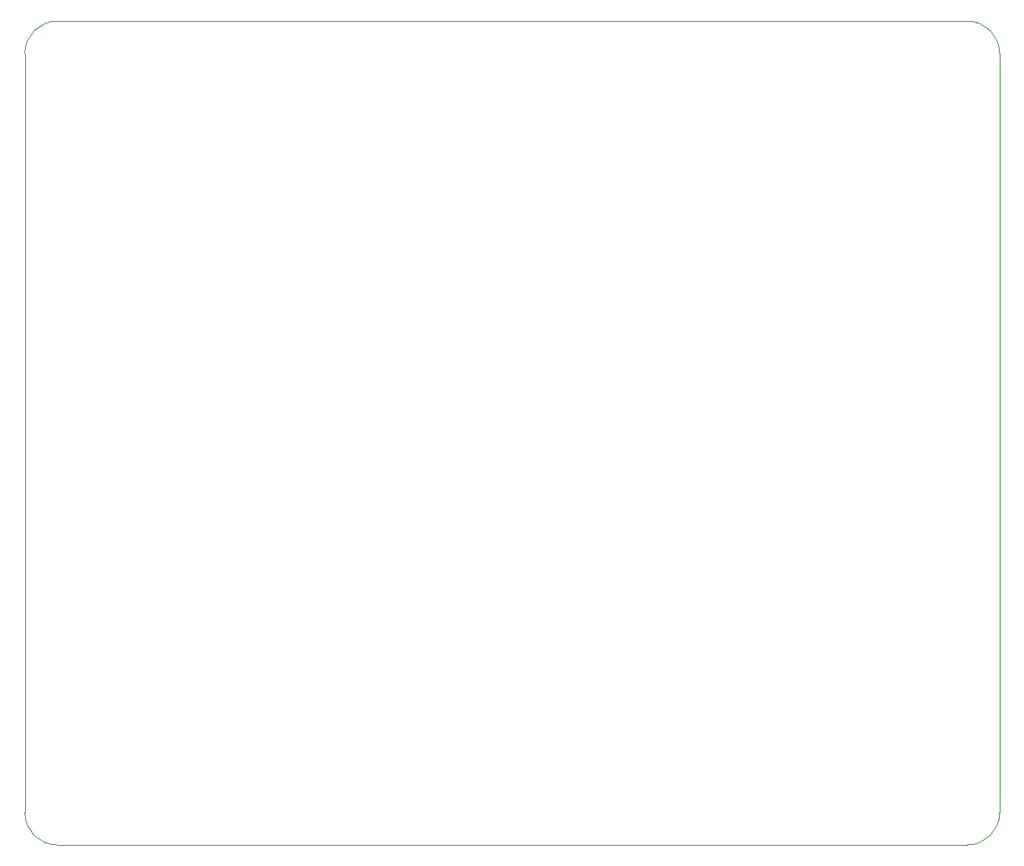
<source format=gbr>
G04 #@! TF.GenerationSoftware,KiCad,Pcbnew,7.0.2*
G04 #@! TF.CreationDate,2023-07-09T14:41:58+03:00*
G04 #@! TF.ProjectId,ELIESTER_V2,454c4945-5354-4455-925f-56322e6b6963,rev?*
G04 #@! TF.SameCoordinates,Original*
G04 #@! TF.FileFunction,Profile,NP*
%FSLAX46Y46*%
G04 Gerber Fmt 4.6, Leading zero omitted, Abs format (unit mm)*
G04 Created by KiCad (PCBNEW 7.0.2) date 2023-07-09 14:41:58*
%MOMM*%
%LPD*%
G01*
G04 APERTURE LIST*
G04 #@! TA.AperFunction,Profile*
%ADD10C,0.100000*%
G04 #@! TD*
G04 APERTURE END LIST*
D10*
X259250000Y-141200000D02*
G75*
G03*
X262600000Y-137850000I0J3350000D01*
G01*
X262600000Y-58300000D02*
G75*
G03*
X259250000Y-54950000I-3350000J0D01*
G01*
X160650000Y-137850000D02*
X160650000Y-58300000D01*
X259250000Y-141200000D02*
X164000000Y-141200000D01*
X259250000Y-54950000D02*
X164000000Y-54950000D01*
X160650000Y-137850000D02*
G75*
G03*
X164000000Y-141200000I3350000J0D01*
G01*
X262600000Y-58300000D02*
X262600000Y-137850000D01*
X164000000Y-54950000D02*
G75*
G03*
X160650000Y-58300000I0J-3350000D01*
G01*
M02*

</source>
